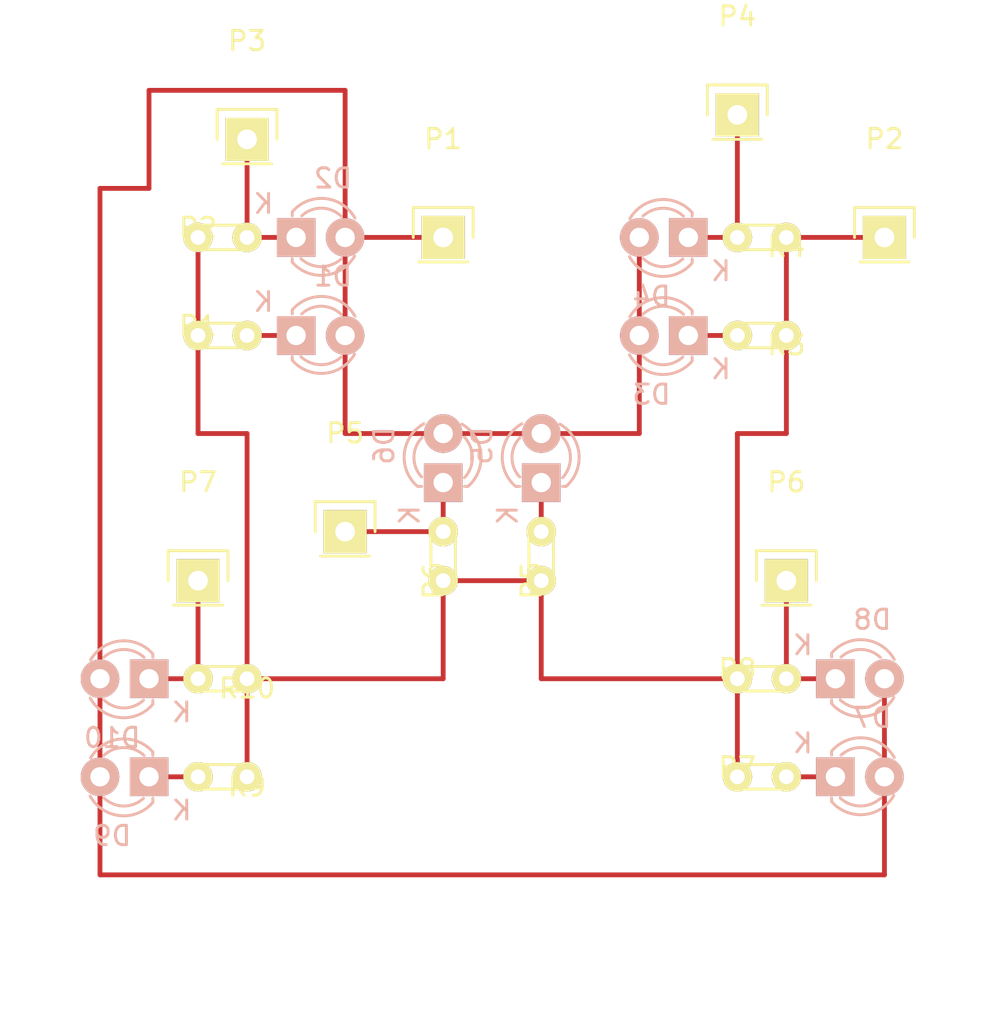
<source format=kicad_pcb>
(kicad_pcb (version 4) (host pcbnew 4.0.2+dfsg1-stable)

  (general
    (links 35)
    (no_connects 0)
    (area 0 0 0 0)
    (thickness 1.6)
    (drawings 12)
    (tracks 49)
    (zones 0)
    (modules 27)
    (nets 13)
  )

  (page A4)
  (layers
    (0 F.Cu signal)
    (31 B.Cu signal)
    (32 B.Adhes user)
    (33 F.Adhes user)
    (34 B.Paste user)
    (35 F.Paste user)
    (36 B.SilkS user)
    (37 F.SilkS user)
    (38 B.Mask user)
    (39 F.Mask user)
    (40 Dwgs.User user)
    (41 Cmts.User user)
    (42 Eco1.User user)
    (43 Eco2.User user)
    (44 Edge.Cuts user)
    (45 Margin user)
    (46 B.CrtYd user)
    (47 F.CrtYd user)
    (48 B.Fab user)
    (49 F.Fab user)
  )

  (setup
    (last_trace_width 0.25)
    (trace_clearance 0.2)
    (zone_clearance 0.508)
    (zone_45_only no)
    (trace_min 0.2)
    (segment_width 0.2)
    (edge_width 0.15)
    (via_size 0.6)
    (via_drill 0.4)
    (via_min_size 0.4)
    (via_min_drill 0.3)
    (uvia_size 0.3)
    (uvia_drill 0.1)
    (uvias_allowed no)
    (uvia_min_size 0.2)
    (uvia_min_drill 0.1)
    (pcb_text_width 0.3)
    (pcb_text_size 1.5 1.5)
    (mod_edge_width 0.15)
    (mod_text_size 1 1)
    (mod_text_width 0.15)
    (pad_size 1.524 1.524)
    (pad_drill 0.762)
    (pad_to_mask_clearance 0.2)
    (aux_axis_origin 0 0)
    (visible_elements FFFFFF7F)
    (pcbplotparams
      (layerselection 0x00030_80000001)
      (usegerberextensions false)
      (excludeedgelayer true)
      (linewidth 0.100000)
      (plotframeref false)
      (viasonmask false)
      (mode 1)
      (useauxorigin false)
      (hpglpennumber 1)
      (hpglpenspeed 20)
      (hpglpendiameter 15)
      (hpglpenoverlay 2)
      (psnegative false)
      (psa4output false)
      (plotreference true)
      (plotvalue true)
      (plotinvisibletext false)
      (padsonsilk false)
      (subtractmaskfromsilk false)
      (outputformat 1)
      (mirror false)
      (drillshape 1)
      (scaleselection 1)
      (outputdirectory ""))
  )

  (net 0 "")
  (net 1 "Net-(D1-Pad1)")
  (net 2 "Net-(D1-Pad2)")
  (net 3 "Net-(D2-Pad1)")
  (net 4 "Net-(D3-Pad1)")
  (net 5 "Net-(D4-Pad1)")
  (net 6 "Net-(D5-Pad1)")
  (net 7 "Net-(D6-Pad1)")
  (net 8 "Net-(D7-Pad1)")
  (net 9 "Net-(D8-Pad1)")
  (net 10 "Net-(D9-Pad1)")
  (net 11 "Net-(D10-Pad1)")
  (net 12 "Net-(P2-Pad1)")

  (net_class Default "This is the default net class."
    (clearance 0.2)
    (trace_width 0.25)
    (via_dia 0.6)
    (via_drill 0.4)
    (uvia_dia 0.3)
    (uvia_drill 0.1)
    (add_net "Net-(D1-Pad1)")
    (add_net "Net-(D1-Pad2)")
    (add_net "Net-(D10-Pad1)")
    (add_net "Net-(D2-Pad1)")
    (add_net "Net-(D3-Pad1)")
    (add_net "Net-(D4-Pad1)")
    (add_net "Net-(D5-Pad1)")
    (add_net "Net-(D6-Pad1)")
    (add_net "Net-(D7-Pad1)")
    (add_net "Net-(D8-Pad1)")
    (add_net "Net-(D9-Pad1)")
    (add_net "Net-(P2-Pad1)")
  )

  (module LEDs:LED-3MM (layer B.Cu) (tedit 559B82F6) (tstamp 56E95EF5)
    (at 91.44 60.96)
    (descr "LED 3mm round vertical")
    (tags "LED  3mm round vertical")
    (path /56E97596)
    (fp_text reference D1 (at 1.91 -3.06) (layer B.SilkS)
      (effects (font (size 1 1) (thickness 0.15)) (justify mirror))
    )
    (fp_text value LED (at 1.3 2.9) (layer B.Fab)
      (effects (font (size 1 1) (thickness 0.15)) (justify mirror))
    )
    (fp_line (start -1.2 -2.3) (end 3.8 -2.3) (layer B.CrtYd) (width 0.05))
    (fp_line (start 3.8 -2.3) (end 3.8 2.2) (layer B.CrtYd) (width 0.05))
    (fp_line (start 3.8 2.2) (end -1.2 2.2) (layer B.CrtYd) (width 0.05))
    (fp_line (start -1.2 2.2) (end -1.2 -2.3) (layer B.CrtYd) (width 0.05))
    (fp_line (start -0.199 -1.314) (end -0.199 -1.114) (layer B.SilkS) (width 0.15))
    (fp_line (start -0.199 1.28) (end -0.199 1.1) (layer B.SilkS) (width 0.15))
    (fp_arc (start 1.301 -0.034) (end -0.199 1.286) (angle -108.5) (layer B.SilkS) (width 0.15))
    (fp_arc (start 1.301 -0.034) (end 0.25 1.1) (angle -85.7) (layer B.SilkS) (width 0.15))
    (fp_arc (start 1.311 -0.034) (end 3.051 -0.994) (angle -110) (layer B.SilkS) (width 0.15))
    (fp_arc (start 1.301 -0.034) (end 2.335 -1.094) (angle -87.5) (layer B.SilkS) (width 0.15))
    (fp_text user K (at -1.69 -1.74) (layer B.SilkS)
      (effects (font (size 1 1) (thickness 0.15)) (justify mirror))
    )
    (pad 1 thru_hole rect (at 0 0 270) (size 2 2) (drill 1.00076) (layers *.Cu *.Mask B.SilkS)
      (net 1 "Net-(D1-Pad1)"))
    (pad 2 thru_hole circle (at 2.54 0) (size 2 2) (drill 1.00076) (layers *.Cu *.Mask B.SilkS)
      (net 2 "Net-(D1-Pad2)"))
    (model LEDs.3dshapes/LED-3MM.wrl
      (at (xyz 0.05 0 0))
      (scale (xyz 1 1 1))
      (rotate (xyz 0 0 90))
    )
  )

  (module LEDs:LED-3MM (layer B.Cu) (tedit 559B82F6) (tstamp 56E95EFB)
    (at 91.44 55.88)
    (descr "LED 3mm round vertical")
    (tags "LED  3mm round vertical")
    (path /56E97597)
    (fp_text reference D2 (at 1.91 -3.06) (layer B.SilkS)
      (effects (font (size 1 1) (thickness 0.15)) (justify mirror))
    )
    (fp_text value LED (at 1.3 2.9) (layer B.Fab)
      (effects (font (size 1 1) (thickness 0.15)) (justify mirror))
    )
    (fp_line (start -1.2 -2.3) (end 3.8 -2.3) (layer B.CrtYd) (width 0.05))
    (fp_line (start 3.8 -2.3) (end 3.8 2.2) (layer B.CrtYd) (width 0.05))
    (fp_line (start 3.8 2.2) (end -1.2 2.2) (layer B.CrtYd) (width 0.05))
    (fp_line (start -1.2 2.2) (end -1.2 -2.3) (layer B.CrtYd) (width 0.05))
    (fp_line (start -0.199 -1.314) (end -0.199 -1.114) (layer B.SilkS) (width 0.15))
    (fp_line (start -0.199 1.28) (end -0.199 1.1) (layer B.SilkS) (width 0.15))
    (fp_arc (start 1.301 -0.034) (end -0.199 1.286) (angle -108.5) (layer B.SilkS) (width 0.15))
    (fp_arc (start 1.301 -0.034) (end 0.25 1.1) (angle -85.7) (layer B.SilkS) (width 0.15))
    (fp_arc (start 1.311 -0.034) (end 3.051 -0.994) (angle -110) (layer B.SilkS) (width 0.15))
    (fp_arc (start 1.301 -0.034) (end 2.335 -1.094) (angle -87.5) (layer B.SilkS) (width 0.15))
    (fp_text user K (at -1.69 -1.74) (layer B.SilkS)
      (effects (font (size 1 1) (thickness 0.15)) (justify mirror))
    )
    (pad 1 thru_hole rect (at 0 0 270) (size 2 2) (drill 1.00076) (layers *.Cu *.Mask B.SilkS)
      (net 3 "Net-(D2-Pad1)"))
    (pad 2 thru_hole circle (at 2.54 0) (size 2 2) (drill 1.00076) (layers *.Cu *.Mask B.SilkS)
      (net 2 "Net-(D1-Pad2)"))
    (model LEDs.3dshapes/LED-3MM.wrl
      (at (xyz 0.05 0 0))
      (scale (xyz 1 1 1))
      (rotate (xyz 0 0 90))
    )
  )

  (module LEDs:LED-3MM (layer B.Cu) (tedit 559B82F6) (tstamp 56E95F01)
    (at 111.76 60.96 180)
    (descr "LED 3mm round vertical")
    (tags "LED  3mm round vertical")
    (path /56E97598)
    (fp_text reference D3 (at 1.91 -3.06 180) (layer B.SilkS)
      (effects (font (size 1 1) (thickness 0.15)) (justify mirror))
    )
    (fp_text value LED (at 1.3 2.9 180) (layer B.Fab)
      (effects (font (size 1 1) (thickness 0.15)) (justify mirror))
    )
    (fp_line (start -1.2 -2.3) (end 3.8 -2.3) (layer B.CrtYd) (width 0.05))
    (fp_line (start 3.8 -2.3) (end 3.8 2.2) (layer B.CrtYd) (width 0.05))
    (fp_line (start 3.8 2.2) (end -1.2 2.2) (layer B.CrtYd) (width 0.05))
    (fp_line (start -1.2 2.2) (end -1.2 -2.3) (layer B.CrtYd) (width 0.05))
    (fp_line (start -0.199 -1.314) (end -0.199 -1.114) (layer B.SilkS) (width 0.15))
    (fp_line (start -0.199 1.28) (end -0.199 1.1) (layer B.SilkS) (width 0.15))
    (fp_arc (start 1.301 -0.034) (end -0.199 1.286) (angle -108.5) (layer B.SilkS) (width 0.15))
    (fp_arc (start 1.301 -0.034) (end 0.25 1.1) (angle -85.7) (layer B.SilkS) (width 0.15))
    (fp_arc (start 1.311 -0.034) (end 3.051 -0.994) (angle -110) (layer B.SilkS) (width 0.15))
    (fp_arc (start 1.301 -0.034) (end 2.335 -1.094) (angle -87.5) (layer B.SilkS) (width 0.15))
    (fp_text user K (at -1.69 -1.74 180) (layer B.SilkS)
      (effects (font (size 1 1) (thickness 0.15)) (justify mirror))
    )
    (pad 1 thru_hole rect (at 0 0 90) (size 2 2) (drill 1.00076) (layers *.Cu *.Mask B.SilkS)
      (net 4 "Net-(D3-Pad1)"))
    (pad 2 thru_hole circle (at 2.54 0 180) (size 2 2) (drill 1.00076) (layers *.Cu *.Mask B.SilkS)
      (net 2 "Net-(D1-Pad2)"))
    (model LEDs.3dshapes/LED-3MM.wrl
      (at (xyz 0.05 0 0))
      (scale (xyz 1 1 1))
      (rotate (xyz 0 0 90))
    )
  )

  (module LEDs:LED-3MM (layer B.Cu) (tedit 559B82F6) (tstamp 56E95F07)
    (at 111.76 55.88 180)
    (descr "LED 3mm round vertical")
    (tags "LED  3mm round vertical")
    (path /56E97599)
    (fp_text reference D4 (at 1.91 -3.06 180) (layer B.SilkS)
      (effects (font (size 1 1) (thickness 0.15)) (justify mirror))
    )
    (fp_text value LED (at 1.3 2.9 180) (layer B.Fab)
      (effects (font (size 1 1) (thickness 0.15)) (justify mirror))
    )
    (fp_line (start -1.2 -2.3) (end 3.8 -2.3) (layer B.CrtYd) (width 0.05))
    (fp_line (start 3.8 -2.3) (end 3.8 2.2) (layer B.CrtYd) (width 0.05))
    (fp_line (start 3.8 2.2) (end -1.2 2.2) (layer B.CrtYd) (width 0.05))
    (fp_line (start -1.2 2.2) (end -1.2 -2.3) (layer B.CrtYd) (width 0.05))
    (fp_line (start -0.199 -1.314) (end -0.199 -1.114) (layer B.SilkS) (width 0.15))
    (fp_line (start -0.199 1.28) (end -0.199 1.1) (layer B.SilkS) (width 0.15))
    (fp_arc (start 1.301 -0.034) (end -0.199 1.286) (angle -108.5) (layer B.SilkS) (width 0.15))
    (fp_arc (start 1.301 -0.034) (end 0.25 1.1) (angle -85.7) (layer B.SilkS) (width 0.15))
    (fp_arc (start 1.311 -0.034) (end 3.051 -0.994) (angle -110) (layer B.SilkS) (width 0.15))
    (fp_arc (start 1.301 -0.034) (end 2.335 -1.094) (angle -87.5) (layer B.SilkS) (width 0.15))
    (fp_text user K (at -1.69 -1.74 180) (layer B.SilkS)
      (effects (font (size 1 1) (thickness 0.15)) (justify mirror))
    )
    (pad 1 thru_hole rect (at 0 0 90) (size 2 2) (drill 1.00076) (layers *.Cu *.Mask B.SilkS)
      (net 5 "Net-(D4-Pad1)"))
    (pad 2 thru_hole circle (at 2.54 0 180) (size 2 2) (drill 1.00076) (layers *.Cu *.Mask B.SilkS)
      (net 2 "Net-(D1-Pad2)"))
    (model LEDs.3dshapes/LED-3MM.wrl
      (at (xyz 0.05 0 0))
      (scale (xyz 1 1 1))
      (rotate (xyz 0 0 90))
    )
  )

  (module LEDs:LED-3MM (layer B.Cu) (tedit 559B82F6) (tstamp 56E95F0D)
    (at 104.14 68.58 90)
    (descr "LED 3mm round vertical")
    (tags "LED  3mm round vertical")
    (path /56E97594)
    (fp_text reference D5 (at 1.91 -3.06 90) (layer B.SilkS)
      (effects (font (size 1 1) (thickness 0.15)) (justify mirror))
    )
    (fp_text value LED (at 1.3 2.9 90) (layer B.Fab)
      (effects (font (size 1 1) (thickness 0.15)) (justify mirror))
    )
    (fp_line (start -1.2 -2.3) (end 3.8 -2.3) (layer B.CrtYd) (width 0.05))
    (fp_line (start 3.8 -2.3) (end 3.8 2.2) (layer B.CrtYd) (width 0.05))
    (fp_line (start 3.8 2.2) (end -1.2 2.2) (layer B.CrtYd) (width 0.05))
    (fp_line (start -1.2 2.2) (end -1.2 -2.3) (layer B.CrtYd) (width 0.05))
    (fp_line (start -0.199 -1.314) (end -0.199 -1.114) (layer B.SilkS) (width 0.15))
    (fp_line (start -0.199 1.28) (end -0.199 1.1) (layer B.SilkS) (width 0.15))
    (fp_arc (start 1.301 -0.034) (end -0.199 1.286) (angle -108.5) (layer B.SilkS) (width 0.15))
    (fp_arc (start 1.301 -0.034) (end 0.25 1.1) (angle -85.7) (layer B.SilkS) (width 0.15))
    (fp_arc (start 1.311 -0.034) (end 3.051 -0.994) (angle -110) (layer B.SilkS) (width 0.15))
    (fp_arc (start 1.301 -0.034) (end 2.335 -1.094) (angle -87.5) (layer B.SilkS) (width 0.15))
    (fp_text user K (at -1.69 -1.74 90) (layer B.SilkS)
      (effects (font (size 1 1) (thickness 0.15)) (justify mirror))
    )
    (pad 1 thru_hole rect (at 0 0) (size 2 2) (drill 1.00076) (layers *.Cu *.Mask B.SilkS)
      (net 6 "Net-(D5-Pad1)"))
    (pad 2 thru_hole circle (at 2.54 0 90) (size 2 2) (drill 1.00076) (layers *.Cu *.Mask B.SilkS)
      (net 2 "Net-(D1-Pad2)"))
    (model LEDs.3dshapes/LED-3MM.wrl
      (at (xyz 0.05 0 0))
      (scale (xyz 1 1 1))
      (rotate (xyz 0 0 90))
    )
  )

  (module LEDs:LED-3MM (layer B.Cu) (tedit 559B82F6) (tstamp 56E95F13)
    (at 99.06 68.58 90)
    (descr "LED 3mm round vertical")
    (tags "LED  3mm round vertical")
    (path /56E97595)
    (fp_text reference D6 (at 1.91 -3.06 90) (layer B.SilkS)
      (effects (font (size 1 1) (thickness 0.15)) (justify mirror))
    )
    (fp_text value LED (at 1.3 2.9 90) (layer B.Fab)
      (effects (font (size 1 1) (thickness 0.15)) (justify mirror))
    )
    (fp_line (start -1.2 -2.3) (end 3.8 -2.3) (layer B.CrtYd) (width 0.05))
    (fp_line (start 3.8 -2.3) (end 3.8 2.2) (layer B.CrtYd) (width 0.05))
    (fp_line (start 3.8 2.2) (end -1.2 2.2) (layer B.CrtYd) (width 0.05))
    (fp_line (start -1.2 2.2) (end -1.2 -2.3) (layer B.CrtYd) (width 0.05))
    (fp_line (start -0.199 -1.314) (end -0.199 -1.114) (layer B.SilkS) (width 0.15))
    (fp_line (start -0.199 1.28) (end -0.199 1.1) (layer B.SilkS) (width 0.15))
    (fp_arc (start 1.301 -0.034) (end -0.199 1.286) (angle -108.5) (layer B.SilkS) (width 0.15))
    (fp_arc (start 1.301 -0.034) (end 0.25 1.1) (angle -85.7) (layer B.SilkS) (width 0.15))
    (fp_arc (start 1.311 -0.034) (end 3.051 -0.994) (angle -110) (layer B.SilkS) (width 0.15))
    (fp_arc (start 1.301 -0.034) (end 2.335 -1.094) (angle -87.5) (layer B.SilkS) (width 0.15))
    (fp_text user K (at -1.69 -1.74 90) (layer B.SilkS)
      (effects (font (size 1 1) (thickness 0.15)) (justify mirror))
    )
    (pad 1 thru_hole rect (at 0 0) (size 2 2) (drill 1.00076) (layers *.Cu *.Mask B.SilkS)
      (net 7 "Net-(D6-Pad1)"))
    (pad 2 thru_hole circle (at 2.54 0 90) (size 2 2) (drill 1.00076) (layers *.Cu *.Mask B.SilkS)
      (net 2 "Net-(D1-Pad2)"))
    (model LEDs.3dshapes/LED-3MM.wrl
      (at (xyz 0.05 0 0))
      (scale (xyz 1 1 1))
      (rotate (xyz 0 0 90))
    )
  )

  (module LEDs:LED-3MM (layer B.Cu) (tedit 559B82F6) (tstamp 56E95F19)
    (at 119.38 83.82)
    (descr "LED 3mm round vertical")
    (tags "LED  3mm round vertical")
    (path /56E9759A)
    (fp_text reference D7 (at 1.91 -3.06) (layer B.SilkS)
      (effects (font (size 1 1) (thickness 0.15)) (justify mirror))
    )
    (fp_text value LED (at 1.3 2.9) (layer B.Fab)
      (effects (font (size 1 1) (thickness 0.15)) (justify mirror))
    )
    (fp_line (start -1.2 -2.3) (end 3.8 -2.3) (layer B.CrtYd) (width 0.05))
    (fp_line (start 3.8 -2.3) (end 3.8 2.2) (layer B.CrtYd) (width 0.05))
    (fp_line (start 3.8 2.2) (end -1.2 2.2) (layer B.CrtYd) (width 0.05))
    (fp_line (start -1.2 2.2) (end -1.2 -2.3) (layer B.CrtYd) (width 0.05))
    (fp_line (start -0.199 -1.314) (end -0.199 -1.114) (layer B.SilkS) (width 0.15))
    (fp_line (start -0.199 1.28) (end -0.199 1.1) (layer B.SilkS) (width 0.15))
    (fp_arc (start 1.301 -0.034) (end -0.199 1.286) (angle -108.5) (layer B.SilkS) (width 0.15))
    (fp_arc (start 1.301 -0.034) (end 0.25 1.1) (angle -85.7) (layer B.SilkS) (width 0.15))
    (fp_arc (start 1.311 -0.034) (end 3.051 -0.994) (angle -110) (layer B.SilkS) (width 0.15))
    (fp_arc (start 1.301 -0.034) (end 2.335 -1.094) (angle -87.5) (layer B.SilkS) (width 0.15))
    (fp_text user K (at -1.69 -1.74) (layer B.SilkS)
      (effects (font (size 1 1) (thickness 0.15)) (justify mirror))
    )
    (pad 1 thru_hole rect (at 0 0 270) (size 2 2) (drill 1.00076) (layers *.Cu *.Mask B.SilkS)
      (net 8 "Net-(D7-Pad1)"))
    (pad 2 thru_hole circle (at 2.54 0) (size 2 2) (drill 1.00076) (layers *.Cu *.Mask B.SilkS)
      (net 2 "Net-(D1-Pad2)"))
    (model LEDs.3dshapes/LED-3MM.wrl
      (at (xyz 0.05 0 0))
      (scale (xyz 1 1 1))
      (rotate (xyz 0 0 90))
    )
  )

  (module LEDs:LED-3MM (layer B.Cu) (tedit 559B82F6) (tstamp 56E95F1F)
    (at 119.38 78.74)
    (descr "LED 3mm round vertical")
    (tags "LED  3mm round vertical")
    (path /56E9759B)
    (fp_text reference D8 (at 1.91 -3.06) (layer B.SilkS)
      (effects (font (size 1 1) (thickness 0.15)) (justify mirror))
    )
    (fp_text value LED (at 1.3 2.9) (layer B.Fab)
      (effects (font (size 1 1) (thickness 0.15)) (justify mirror))
    )
    (fp_line (start -1.2 -2.3) (end 3.8 -2.3) (layer B.CrtYd) (width 0.05))
    (fp_line (start 3.8 -2.3) (end 3.8 2.2) (layer B.CrtYd) (width 0.05))
    (fp_line (start 3.8 2.2) (end -1.2 2.2) (layer B.CrtYd) (width 0.05))
    (fp_line (start -1.2 2.2) (end -1.2 -2.3) (layer B.CrtYd) (width 0.05))
    (fp_line (start -0.199 -1.314) (end -0.199 -1.114) (layer B.SilkS) (width 0.15))
    (fp_line (start -0.199 1.28) (end -0.199 1.1) (layer B.SilkS) (width 0.15))
    (fp_arc (start 1.301 -0.034) (end -0.199 1.286) (angle -108.5) (layer B.SilkS) (width 0.15))
    (fp_arc (start 1.301 -0.034) (end 0.25 1.1) (angle -85.7) (layer B.SilkS) (width 0.15))
    (fp_arc (start 1.311 -0.034) (end 3.051 -0.994) (angle -110) (layer B.SilkS) (width 0.15))
    (fp_arc (start 1.301 -0.034) (end 2.335 -1.094) (angle -87.5) (layer B.SilkS) (width 0.15))
    (fp_text user K (at -1.69 -1.74) (layer B.SilkS)
      (effects (font (size 1 1) (thickness 0.15)) (justify mirror))
    )
    (pad 1 thru_hole rect (at 0 0 270) (size 2 2) (drill 1.00076) (layers *.Cu *.Mask B.SilkS)
      (net 9 "Net-(D8-Pad1)"))
    (pad 2 thru_hole circle (at 2.54 0) (size 2 2) (drill 1.00076) (layers *.Cu *.Mask B.SilkS)
      (net 2 "Net-(D1-Pad2)"))
    (model LEDs.3dshapes/LED-3MM.wrl
      (at (xyz 0.05 0 0))
      (scale (xyz 1 1 1))
      (rotate (xyz 0 0 90))
    )
  )

  (module LEDs:LED-3MM (layer B.Cu) (tedit 559B82F6) (tstamp 56E95F25)
    (at 83.82 83.82 180)
    (descr "LED 3mm round vertical")
    (tags "LED  3mm round vertical")
    (path /56E9759C)
    (fp_text reference D9 (at 1.91 -3.06 180) (layer B.SilkS)
      (effects (font (size 1 1) (thickness 0.15)) (justify mirror))
    )
    (fp_text value LED (at 1.3 2.9 180) (layer B.Fab)
      (effects (font (size 1 1) (thickness 0.15)) (justify mirror))
    )
    (fp_line (start -1.2 -2.3) (end 3.8 -2.3) (layer B.CrtYd) (width 0.05))
    (fp_line (start 3.8 -2.3) (end 3.8 2.2) (layer B.CrtYd) (width 0.05))
    (fp_line (start 3.8 2.2) (end -1.2 2.2) (layer B.CrtYd) (width 0.05))
    (fp_line (start -1.2 2.2) (end -1.2 -2.3) (layer B.CrtYd) (width 0.05))
    (fp_line (start -0.199 -1.314) (end -0.199 -1.114) (layer B.SilkS) (width 0.15))
    (fp_line (start -0.199 1.28) (end -0.199 1.1) (layer B.SilkS) (width 0.15))
    (fp_arc (start 1.301 -0.034) (end -0.199 1.286) (angle -108.5) (layer B.SilkS) (width 0.15))
    (fp_arc (start 1.301 -0.034) (end 0.25 1.1) (angle -85.7) (layer B.SilkS) (width 0.15))
    (fp_arc (start 1.311 -0.034) (end 3.051 -0.994) (angle -110) (layer B.SilkS) (width 0.15))
    (fp_arc (start 1.301 -0.034) (end 2.335 -1.094) (angle -87.5) (layer B.SilkS) (width 0.15))
    (fp_text user K (at -1.69 -1.74 180) (layer B.SilkS)
      (effects (font (size 1 1) (thickness 0.15)) (justify mirror))
    )
    (pad 1 thru_hole rect (at 0 0 90) (size 2 2) (drill 1.00076) (layers *.Cu *.Mask B.SilkS)
      (net 10 "Net-(D9-Pad1)"))
    (pad 2 thru_hole circle (at 2.54 0 180) (size 2 2) (drill 1.00076) (layers *.Cu *.Mask B.SilkS)
      (net 2 "Net-(D1-Pad2)"))
    (model LEDs.3dshapes/LED-3MM.wrl
      (at (xyz 0.05 0 0))
      (scale (xyz 1 1 1))
      (rotate (xyz 0 0 90))
    )
  )

  (module LEDs:LED-3MM (layer B.Cu) (tedit 559B82F6) (tstamp 56E95F2B)
    (at 83.82 78.74 180)
    (descr "LED 3mm round vertical")
    (tags "LED  3mm round vertical")
    (path /56E9759D)
    (fp_text reference D10 (at 1.91 -3.06 180) (layer B.SilkS)
      (effects (font (size 1 1) (thickness 0.15)) (justify mirror))
    )
    (fp_text value LED (at 1.3 2.9 180) (layer B.Fab)
      (effects (font (size 1 1) (thickness 0.15)) (justify mirror))
    )
    (fp_line (start -1.2 -2.3) (end 3.8 -2.3) (layer B.CrtYd) (width 0.05))
    (fp_line (start 3.8 -2.3) (end 3.8 2.2) (layer B.CrtYd) (width 0.05))
    (fp_line (start 3.8 2.2) (end -1.2 2.2) (layer B.CrtYd) (width 0.05))
    (fp_line (start -1.2 2.2) (end -1.2 -2.3) (layer B.CrtYd) (width 0.05))
    (fp_line (start -0.199 -1.314) (end -0.199 -1.114) (layer B.SilkS) (width 0.15))
    (fp_line (start -0.199 1.28) (end -0.199 1.1) (layer B.SilkS) (width 0.15))
    (fp_arc (start 1.301 -0.034) (end -0.199 1.286) (angle -108.5) (layer B.SilkS) (width 0.15))
    (fp_arc (start 1.301 -0.034) (end 0.25 1.1) (angle -85.7) (layer B.SilkS) (width 0.15))
    (fp_arc (start 1.311 -0.034) (end 3.051 -0.994) (angle -110) (layer B.SilkS) (width 0.15))
    (fp_arc (start 1.301 -0.034) (end 2.335 -1.094) (angle -87.5) (layer B.SilkS) (width 0.15))
    (fp_text user K (at -1.69 -1.74 180) (layer B.SilkS)
      (effects (font (size 1 1) (thickness 0.15)) (justify mirror))
    )
    (pad 1 thru_hole rect (at 0 0 90) (size 2 2) (drill 1.00076) (layers *.Cu *.Mask B.SilkS)
      (net 11 "Net-(D10-Pad1)"))
    (pad 2 thru_hole circle (at 2.54 0 180) (size 2 2) (drill 1.00076) (layers *.Cu *.Mask B.SilkS)
      (net 2 "Net-(D1-Pad2)"))
    (model LEDs.3dshapes/LED-3MM.wrl
      (at (xyz 0.05 0 0))
      (scale (xyz 1 1 1))
      (rotate (xyz 0 0 90))
    )
  )

  (module Pin_Headers:Pin_Header_Straight_1x01 (layer F.Cu) (tedit 54EA08DC) (tstamp 56E95F30)
    (at 99.06 55.88)
    (descr "Through hole pin header")
    (tags "pin header")
    (path /56E975A8)
    (fp_text reference P1 (at 0 -5.1) (layer F.SilkS)
      (effects (font (size 1 1) (thickness 0.15)))
    )
    (fp_text value CONN_01X01 (at 0 -3.1) (layer F.Fab)
      (effects (font (size 1 1) (thickness 0.15)))
    )
    (fp_line (start 1.55 -1.55) (end 1.55 0) (layer F.SilkS) (width 0.15))
    (fp_line (start -1.75 -1.75) (end -1.75 1.75) (layer F.CrtYd) (width 0.05))
    (fp_line (start 1.75 -1.75) (end 1.75 1.75) (layer F.CrtYd) (width 0.05))
    (fp_line (start -1.75 -1.75) (end 1.75 -1.75) (layer F.CrtYd) (width 0.05))
    (fp_line (start -1.75 1.75) (end 1.75 1.75) (layer F.CrtYd) (width 0.05))
    (fp_line (start -1.55 0) (end -1.55 -1.55) (layer F.SilkS) (width 0.15))
    (fp_line (start -1.55 -1.55) (end 1.55 -1.55) (layer F.SilkS) (width 0.15))
    (fp_line (start -1.27 1.27) (end 1.27 1.27) (layer F.SilkS) (width 0.15))
    (pad 1 thru_hole rect (at 0 0) (size 2.2352 2.2352) (drill 1.016) (layers *.Cu *.Mask F.SilkS)
      (net 2 "Net-(D1-Pad2)"))
    (model Pin_Headers.3dshapes/Pin_Header_Straight_1x01.wrl
      (at (xyz 0 0 0))
      (scale (xyz 1 1 1))
      (rotate (xyz 0 0 90))
    )
  )

  (module Pin_Headers:Pin_Header_Straight_1x01 (layer F.Cu) (tedit 54EA08DC) (tstamp 56E95F35)
    (at 121.92 55.88)
    (descr "Through hole pin header")
    (tags "pin header")
    (path /56E975A9)
    (fp_text reference P2 (at 0 -5.1) (layer F.SilkS)
      (effects (font (size 1 1) (thickness 0.15)))
    )
    (fp_text value CONN_01X01 (at 0 -3.1) (layer F.Fab)
      (effects (font (size 1 1) (thickness 0.15)))
    )
    (fp_line (start 1.55 -1.55) (end 1.55 0) (layer F.SilkS) (width 0.15))
    (fp_line (start -1.75 -1.75) (end -1.75 1.75) (layer F.CrtYd) (width 0.05))
    (fp_line (start 1.75 -1.75) (end 1.75 1.75) (layer F.CrtYd) (width 0.05))
    (fp_line (start -1.75 -1.75) (end 1.75 -1.75) (layer F.CrtYd) (width 0.05))
    (fp_line (start -1.75 1.75) (end 1.75 1.75) (layer F.CrtYd) (width 0.05))
    (fp_line (start -1.55 0) (end -1.55 -1.55) (layer F.SilkS) (width 0.15))
    (fp_line (start -1.55 -1.55) (end 1.55 -1.55) (layer F.SilkS) (width 0.15))
    (fp_line (start -1.27 1.27) (end 1.27 1.27) (layer F.SilkS) (width 0.15))
    (pad 1 thru_hole rect (at 0 0) (size 2.2352 2.2352) (drill 1.016) (layers *.Cu *.Mask F.SilkS)
      (net 12 "Net-(P2-Pad1)"))
    (model Pin_Headers.3dshapes/Pin_Header_Straight_1x01.wrl
      (at (xyz 0 0 0))
      (scale (xyz 1 1 1))
      (rotate (xyz 0 0 90))
    )
  )

  (module Pin_Headers:Pin_Header_Straight_1x01 (layer F.Cu) (tedit 54EA08DC) (tstamp 56E95F3A)
    (at 88.9 50.8)
    (descr "Through hole pin header")
    (tags "pin header")
    (path /56E975AB)
    (fp_text reference P3 (at 0 -5.1) (layer F.SilkS)
      (effects (font (size 1 1) (thickness 0.15)))
    )
    (fp_text value CONN_01X01 (at 0 -3.1) (layer F.Fab)
      (effects (font (size 1 1) (thickness 0.15)))
    )
    (fp_line (start 1.55 -1.55) (end 1.55 0) (layer F.SilkS) (width 0.15))
    (fp_line (start -1.75 -1.75) (end -1.75 1.75) (layer F.CrtYd) (width 0.05))
    (fp_line (start 1.75 -1.75) (end 1.75 1.75) (layer F.CrtYd) (width 0.05))
    (fp_line (start -1.75 -1.75) (end 1.75 -1.75) (layer F.CrtYd) (width 0.05))
    (fp_line (start -1.75 1.75) (end 1.75 1.75) (layer F.CrtYd) (width 0.05))
    (fp_line (start -1.55 0) (end -1.55 -1.55) (layer F.SilkS) (width 0.15))
    (fp_line (start -1.55 -1.55) (end 1.55 -1.55) (layer F.SilkS) (width 0.15))
    (fp_line (start -1.27 1.27) (end 1.27 1.27) (layer F.SilkS) (width 0.15))
    (pad 1 thru_hole rect (at 0 0) (size 2.2352 2.2352) (drill 1.016) (layers *.Cu *.Mask F.SilkS)
      (net 3 "Net-(D2-Pad1)"))
    (model Pin_Headers.3dshapes/Pin_Header_Straight_1x01.wrl
      (at (xyz 0 0 0))
      (scale (xyz 1 1 1))
      (rotate (xyz 0 0 90))
    )
  )

  (module Pin_Headers:Pin_Header_Straight_1x01 (layer F.Cu) (tedit 54EA08DC) (tstamp 56E95F3F)
    (at 114.3 49.53)
    (descr "Through hole pin header")
    (tags "pin header")
    (path /56E975AA)
    (fp_text reference P4 (at 0 -5.1) (layer F.SilkS)
      (effects (font (size 1 1) (thickness 0.15)))
    )
    (fp_text value CONN_01X01 (at 0 -3.1) (layer F.Fab)
      (effects (font (size 1 1) (thickness 0.15)))
    )
    (fp_line (start 1.55 -1.55) (end 1.55 0) (layer F.SilkS) (width 0.15))
    (fp_line (start -1.75 -1.75) (end -1.75 1.75) (layer F.CrtYd) (width 0.05))
    (fp_line (start 1.75 -1.75) (end 1.75 1.75) (layer F.CrtYd) (width 0.05))
    (fp_line (start -1.75 -1.75) (end 1.75 -1.75) (layer F.CrtYd) (width 0.05))
    (fp_line (start -1.75 1.75) (end 1.75 1.75) (layer F.CrtYd) (width 0.05))
    (fp_line (start -1.55 0) (end -1.55 -1.55) (layer F.SilkS) (width 0.15))
    (fp_line (start -1.55 -1.55) (end 1.55 -1.55) (layer F.SilkS) (width 0.15))
    (fp_line (start -1.27 1.27) (end 1.27 1.27) (layer F.SilkS) (width 0.15))
    (pad 1 thru_hole rect (at 0 0) (size 2.2352 2.2352) (drill 1.016) (layers *.Cu *.Mask F.SilkS)
      (net 5 "Net-(D4-Pad1)"))
    (model Pin_Headers.3dshapes/Pin_Header_Straight_1x01.wrl
      (at (xyz 0 0 0))
      (scale (xyz 1 1 1))
      (rotate (xyz 0 0 90))
    )
  )

  (module Pin_Headers:Pin_Header_Straight_1x01 (layer F.Cu) (tedit 54EA08DC) (tstamp 56E95F44)
    (at 93.98 71.12)
    (descr "Through hole pin header")
    (tags "pin header")
    (path /56E975AC)
    (fp_text reference P5 (at 0 -5.1) (layer F.SilkS)
      (effects (font (size 1 1) (thickness 0.15)))
    )
    (fp_text value CONN_01X01 (at 0 -3.1) (layer F.Fab)
      (effects (font (size 1 1) (thickness 0.15)))
    )
    (fp_line (start 1.55 -1.55) (end 1.55 0) (layer F.SilkS) (width 0.15))
    (fp_line (start -1.75 -1.75) (end -1.75 1.75) (layer F.CrtYd) (width 0.05))
    (fp_line (start 1.75 -1.75) (end 1.75 1.75) (layer F.CrtYd) (width 0.05))
    (fp_line (start -1.75 -1.75) (end 1.75 -1.75) (layer F.CrtYd) (width 0.05))
    (fp_line (start -1.75 1.75) (end 1.75 1.75) (layer F.CrtYd) (width 0.05))
    (fp_line (start -1.55 0) (end -1.55 -1.55) (layer F.SilkS) (width 0.15))
    (fp_line (start -1.55 -1.55) (end 1.55 -1.55) (layer F.SilkS) (width 0.15))
    (fp_line (start -1.27 1.27) (end 1.27 1.27) (layer F.SilkS) (width 0.15))
    (pad 1 thru_hole rect (at 0 0) (size 2.2352 2.2352) (drill 1.016) (layers *.Cu *.Mask F.SilkS)
      (net 7 "Net-(D6-Pad1)"))
    (model Pin_Headers.3dshapes/Pin_Header_Straight_1x01.wrl
      (at (xyz 0 0 0))
      (scale (xyz 1 1 1))
      (rotate (xyz 0 0 90))
    )
  )

  (module Pin_Headers:Pin_Header_Straight_1x01 (layer F.Cu) (tedit 54EA08DC) (tstamp 56E95F49)
    (at 116.84 73.66)
    (descr "Through hole pin header")
    (tags "pin header")
    (path /56E975AD)
    (fp_text reference P6 (at 0 -5.1) (layer F.SilkS)
      (effects (font (size 1 1) (thickness 0.15)))
    )
    (fp_text value CONN_01X01 (at 0 -3.1) (layer F.Fab)
      (effects (font (size 1 1) (thickness 0.15)))
    )
    (fp_line (start 1.55 -1.55) (end 1.55 0) (layer F.SilkS) (width 0.15))
    (fp_line (start -1.75 -1.75) (end -1.75 1.75) (layer F.CrtYd) (width 0.05))
    (fp_line (start 1.75 -1.75) (end 1.75 1.75) (layer F.CrtYd) (width 0.05))
    (fp_line (start -1.75 -1.75) (end 1.75 -1.75) (layer F.CrtYd) (width 0.05))
    (fp_line (start -1.75 1.75) (end 1.75 1.75) (layer F.CrtYd) (width 0.05))
    (fp_line (start -1.55 0) (end -1.55 -1.55) (layer F.SilkS) (width 0.15))
    (fp_line (start -1.55 -1.55) (end 1.55 -1.55) (layer F.SilkS) (width 0.15))
    (fp_line (start -1.27 1.27) (end 1.27 1.27) (layer F.SilkS) (width 0.15))
    (pad 1 thru_hole rect (at 0 0) (size 2.2352 2.2352) (drill 1.016) (layers *.Cu *.Mask F.SilkS)
      (net 9 "Net-(D8-Pad1)"))
    (model Pin_Headers.3dshapes/Pin_Header_Straight_1x01.wrl
      (at (xyz 0 0 0))
      (scale (xyz 1 1 1))
      (rotate (xyz 0 0 90))
    )
  )

  (module Pin_Headers:Pin_Header_Straight_1x01 (layer F.Cu) (tedit 54EA08DC) (tstamp 56E95F4E)
    (at 86.36 73.66)
    (descr "Through hole pin header")
    (tags "pin header")
    (path /56E975AE)
    (fp_text reference P7 (at 0 -5.1) (layer F.SilkS)
      (effects (font (size 1 1) (thickness 0.15)))
    )
    (fp_text value CONN_01X01 (at 0 -3.1) (layer F.Fab)
      (effects (font (size 1 1) (thickness 0.15)))
    )
    (fp_line (start 1.55 -1.55) (end 1.55 0) (layer F.SilkS) (width 0.15))
    (fp_line (start -1.75 -1.75) (end -1.75 1.75) (layer F.CrtYd) (width 0.05))
    (fp_line (start 1.75 -1.75) (end 1.75 1.75) (layer F.CrtYd) (width 0.05))
    (fp_line (start -1.75 -1.75) (end 1.75 -1.75) (layer F.CrtYd) (width 0.05))
    (fp_line (start -1.75 1.75) (end 1.75 1.75) (layer F.CrtYd) (width 0.05))
    (fp_line (start -1.55 0) (end -1.55 -1.55) (layer F.SilkS) (width 0.15))
    (fp_line (start -1.55 -1.55) (end 1.55 -1.55) (layer F.SilkS) (width 0.15))
    (fp_line (start -1.27 1.27) (end 1.27 1.27) (layer F.SilkS) (width 0.15))
    (pad 1 thru_hole rect (at 0 0) (size 2.2352 2.2352) (drill 1.016) (layers *.Cu *.Mask F.SilkS)
      (net 11 "Net-(D10-Pad1)"))
    (model Pin_Headers.3dshapes/Pin_Header_Straight_1x01.wrl
      (at (xyz 0 0 0))
      (scale (xyz 1 1 1))
      (rotate (xyz 0 0 90))
    )
  )

  (module MY:resistor2pins (layer F.Cu) (tedit 56E95DCF) (tstamp 56E95F54)
    (at 86.36 60.96 180)
    (path /56E9759E)
    (fp_text reference R1 (at 0 0.5 180) (layer F.SilkS)
      (effects (font (size 1 1) (thickness 0.15)))
    )
    (fp_text value R (at 0 -0.5 180) (layer F.Fab)
      (effects (font (size 1 1) (thickness 0.15)))
    )
    (fp_line (start -2.54 -0.635) (end 0 -0.635) (layer F.SilkS) (width 0.15))
    (fp_line (start 0 -0.635) (end 0 0.635) (layer F.SilkS) (width 0.15))
    (fp_line (start 0 0.635) (end -2.54 0.635) (layer F.SilkS) (width 0.15))
    (fp_line (start -2.54 0.635) (end -2.54 -0.635) (layer F.SilkS) (width 0.15))
    (pad 1 thru_hole circle (at -2.54 0 180) (size 1.524 1.524) (drill 0.762) (layers *.Cu *.Mask F.SilkS)
      (net 1 "Net-(D1-Pad1)"))
    (pad 2 thru_hole circle (at 0 0 180) (size 1.524 1.524) (drill 0.762) (layers *.Cu *.Mask F.SilkS)
      (net 12 "Net-(P2-Pad1)"))
  )

  (module MY:resistor2pins (layer F.Cu) (tedit 56E95DCF) (tstamp 56E95F5A)
    (at 86.36 55.88 180)
    (path /56E9759F)
    (fp_text reference R2 (at 0 0.5 180) (layer F.SilkS)
      (effects (font (size 1 1) (thickness 0.15)))
    )
    (fp_text value R (at 0 -0.5 180) (layer F.Fab)
      (effects (font (size 1 1) (thickness 0.15)))
    )
    (fp_line (start -2.54 -0.635) (end 0 -0.635) (layer F.SilkS) (width 0.15))
    (fp_line (start 0 -0.635) (end 0 0.635) (layer F.SilkS) (width 0.15))
    (fp_line (start 0 0.635) (end -2.54 0.635) (layer F.SilkS) (width 0.15))
    (fp_line (start -2.54 0.635) (end -2.54 -0.635) (layer F.SilkS) (width 0.15))
    (pad 1 thru_hole circle (at -2.54 0 180) (size 1.524 1.524) (drill 0.762) (layers *.Cu *.Mask F.SilkS)
      (net 3 "Net-(D2-Pad1)"))
    (pad 2 thru_hole circle (at 0 0 180) (size 1.524 1.524) (drill 0.762) (layers *.Cu *.Mask F.SilkS)
      (net 12 "Net-(P2-Pad1)"))
  )

  (module MY:resistor2pins (layer F.Cu) (tedit 56E95DCF) (tstamp 56E95F60)
    (at 116.84 60.96)
    (path /56E975A0)
    (fp_text reference R3 (at 0 0.5) (layer F.SilkS)
      (effects (font (size 1 1) (thickness 0.15)))
    )
    (fp_text value R (at 0 -0.5) (layer F.Fab)
      (effects (font (size 1 1) (thickness 0.15)))
    )
    (fp_line (start -2.54 -0.635) (end 0 -0.635) (layer F.SilkS) (width 0.15))
    (fp_line (start 0 -0.635) (end 0 0.635) (layer F.SilkS) (width 0.15))
    (fp_line (start 0 0.635) (end -2.54 0.635) (layer F.SilkS) (width 0.15))
    (fp_line (start -2.54 0.635) (end -2.54 -0.635) (layer F.SilkS) (width 0.15))
    (pad 1 thru_hole circle (at -2.54 0) (size 1.524 1.524) (drill 0.762) (layers *.Cu *.Mask F.SilkS)
      (net 4 "Net-(D3-Pad1)"))
    (pad 2 thru_hole circle (at 0 0) (size 1.524 1.524) (drill 0.762) (layers *.Cu *.Mask F.SilkS)
      (net 12 "Net-(P2-Pad1)"))
  )

  (module MY:resistor2pins (layer F.Cu) (tedit 56E95DCF) (tstamp 56E95F66)
    (at 116.84 55.88)
    (path /56E975A1)
    (fp_text reference R4 (at 0 0.5) (layer F.SilkS)
      (effects (font (size 1 1) (thickness 0.15)))
    )
    (fp_text value R (at 0 -0.5) (layer F.Fab)
      (effects (font (size 1 1) (thickness 0.15)))
    )
    (fp_line (start -2.54 -0.635) (end 0 -0.635) (layer F.SilkS) (width 0.15))
    (fp_line (start 0 -0.635) (end 0 0.635) (layer F.SilkS) (width 0.15))
    (fp_line (start 0 0.635) (end -2.54 0.635) (layer F.SilkS) (width 0.15))
    (fp_line (start -2.54 0.635) (end -2.54 -0.635) (layer F.SilkS) (width 0.15))
    (pad 1 thru_hole circle (at -2.54 0) (size 1.524 1.524) (drill 0.762) (layers *.Cu *.Mask F.SilkS)
      (net 5 "Net-(D4-Pad1)"))
    (pad 2 thru_hole circle (at 0 0) (size 1.524 1.524) (drill 0.762) (layers *.Cu *.Mask F.SilkS)
      (net 12 "Net-(P2-Pad1)"))
  )

  (module MY:resistor2pins (layer F.Cu) (tedit 56E95DCF) (tstamp 56E95F6C)
    (at 104.14 73.66 270)
    (path /56E975A2)
    (fp_text reference R5 (at 0 0.5 270) (layer F.SilkS)
      (effects (font (size 1 1) (thickness 0.15)))
    )
    (fp_text value R (at 0 -0.5 270) (layer F.Fab)
      (effects (font (size 1 1) (thickness 0.15)))
    )
    (fp_line (start -2.54 -0.635) (end 0 -0.635) (layer F.SilkS) (width 0.15))
    (fp_line (start 0 -0.635) (end 0 0.635) (layer F.SilkS) (width 0.15))
    (fp_line (start 0 0.635) (end -2.54 0.635) (layer F.SilkS) (width 0.15))
    (fp_line (start -2.54 0.635) (end -2.54 -0.635) (layer F.SilkS) (width 0.15))
    (pad 1 thru_hole circle (at -2.54 0 270) (size 1.524 1.524) (drill 0.762) (layers *.Cu *.Mask F.SilkS)
      (net 6 "Net-(D5-Pad1)"))
    (pad 2 thru_hole circle (at 0 0 270) (size 1.524 1.524) (drill 0.762) (layers *.Cu *.Mask F.SilkS)
      (net 12 "Net-(P2-Pad1)"))
  )

  (module MY:resistor2pins (layer F.Cu) (tedit 56E95DCF) (tstamp 56E95F72)
    (at 99.06 73.66 270)
    (path /56E975A3)
    (fp_text reference R6 (at 0 0.5 270) (layer F.SilkS)
      (effects (font (size 1 1) (thickness 0.15)))
    )
    (fp_text value R (at 0 -0.5 270) (layer F.Fab)
      (effects (font (size 1 1) (thickness 0.15)))
    )
    (fp_line (start -2.54 -0.635) (end 0 -0.635) (layer F.SilkS) (width 0.15))
    (fp_line (start 0 -0.635) (end 0 0.635) (layer F.SilkS) (width 0.15))
    (fp_line (start 0 0.635) (end -2.54 0.635) (layer F.SilkS) (width 0.15))
    (fp_line (start -2.54 0.635) (end -2.54 -0.635) (layer F.SilkS) (width 0.15))
    (pad 1 thru_hole circle (at -2.54 0 270) (size 1.524 1.524) (drill 0.762) (layers *.Cu *.Mask F.SilkS)
      (net 7 "Net-(D6-Pad1)"))
    (pad 2 thru_hole circle (at 0 0 270) (size 1.524 1.524) (drill 0.762) (layers *.Cu *.Mask F.SilkS)
      (net 12 "Net-(P2-Pad1)"))
  )

  (module MY:resistor2pins (layer F.Cu) (tedit 56E95DCF) (tstamp 56E95F78)
    (at 114.3 83.82 180)
    (path /56E975A4)
    (fp_text reference R7 (at 0 0.5 180) (layer F.SilkS)
      (effects (font (size 1 1) (thickness 0.15)))
    )
    (fp_text value R (at 0 -0.5 180) (layer F.Fab)
      (effects (font (size 1 1) (thickness 0.15)))
    )
    (fp_line (start -2.54 -0.635) (end 0 -0.635) (layer F.SilkS) (width 0.15))
    (fp_line (start 0 -0.635) (end 0 0.635) (layer F.SilkS) (width 0.15))
    (fp_line (start 0 0.635) (end -2.54 0.635) (layer F.SilkS) (width 0.15))
    (fp_line (start -2.54 0.635) (end -2.54 -0.635) (layer F.SilkS) (width 0.15))
    (pad 1 thru_hole circle (at -2.54 0 180) (size 1.524 1.524) (drill 0.762) (layers *.Cu *.Mask F.SilkS)
      (net 8 "Net-(D7-Pad1)"))
    (pad 2 thru_hole circle (at 0 0 180) (size 1.524 1.524) (drill 0.762) (layers *.Cu *.Mask F.SilkS)
      (net 12 "Net-(P2-Pad1)"))
  )

  (module MY:resistor2pins (layer F.Cu) (tedit 56E95DCF) (tstamp 56E95F7E)
    (at 114.3 78.74 180)
    (path /56E975A5)
    (fp_text reference R8 (at 0 0.5 180) (layer F.SilkS)
      (effects (font (size 1 1) (thickness 0.15)))
    )
    (fp_text value R (at 0 -0.5 180) (layer F.Fab)
      (effects (font (size 1 1) (thickness 0.15)))
    )
    (fp_line (start -2.54 -0.635) (end 0 -0.635) (layer F.SilkS) (width 0.15))
    (fp_line (start 0 -0.635) (end 0 0.635) (layer F.SilkS) (width 0.15))
    (fp_line (start 0 0.635) (end -2.54 0.635) (layer F.SilkS) (width 0.15))
    (fp_line (start -2.54 0.635) (end -2.54 -0.635) (layer F.SilkS) (width 0.15))
    (pad 1 thru_hole circle (at -2.54 0 180) (size 1.524 1.524) (drill 0.762) (layers *.Cu *.Mask F.SilkS)
      (net 9 "Net-(D8-Pad1)"))
    (pad 2 thru_hole circle (at 0 0 180) (size 1.524 1.524) (drill 0.762) (layers *.Cu *.Mask F.SilkS)
      (net 12 "Net-(P2-Pad1)"))
  )

  (module MY:resistor2pins (layer F.Cu) (tedit 56E95DCF) (tstamp 56E95F84)
    (at 88.9 83.82)
    (path /56E975A6)
    (fp_text reference R9 (at 0 0.5) (layer F.SilkS)
      (effects (font (size 1 1) (thickness 0.15)))
    )
    (fp_text value R (at 0 -0.5) (layer F.Fab)
      (effects (font (size 1 1) (thickness 0.15)))
    )
    (fp_line (start -2.54 -0.635) (end 0 -0.635) (layer F.SilkS) (width 0.15))
    (fp_line (start 0 -0.635) (end 0 0.635) (layer F.SilkS) (width 0.15))
    (fp_line (start 0 0.635) (end -2.54 0.635) (layer F.SilkS) (width 0.15))
    (fp_line (start -2.54 0.635) (end -2.54 -0.635) (layer F.SilkS) (width 0.15))
    (pad 1 thru_hole circle (at -2.54 0) (size 1.524 1.524) (drill 0.762) (layers *.Cu *.Mask F.SilkS)
      (net 10 "Net-(D9-Pad1)"))
    (pad 2 thru_hole circle (at 0 0) (size 1.524 1.524) (drill 0.762) (layers *.Cu *.Mask F.SilkS)
      (net 12 "Net-(P2-Pad1)"))
  )

  (module MY:resistor2pins (layer F.Cu) (tedit 56E95DCF) (tstamp 56E95F8A)
    (at 88.9 78.74)
    (path /56E975A7)
    (fp_text reference R10 (at 0 0.5) (layer F.SilkS)
      (effects (font (size 1 1) (thickness 0.15)))
    )
    (fp_text value R (at 0 -0.5) (layer F.Fab)
      (effects (font (size 1 1) (thickness 0.15)))
    )
    (fp_line (start -2.54 -0.635) (end 0 -0.635) (layer F.SilkS) (width 0.15))
    (fp_line (start 0 -0.635) (end 0 0.635) (layer F.SilkS) (width 0.15))
    (fp_line (start 0 0.635) (end -2.54 0.635) (layer F.SilkS) (width 0.15))
    (fp_line (start -2.54 0.635) (end -2.54 -0.635) (layer F.SilkS) (width 0.15))
    (pad 1 thru_hole circle (at -2.54 0) (size 1.524 1.524) (drill 0.762) (layers *.Cu *.Mask F.SilkS)
      (net 11 "Net-(D10-Pad1)"))
    (pad 2 thru_hole circle (at 0 0) (size 1.524 1.524) (drill 0.762) (layers *.Cu *.Mask F.SilkS)
      (net 12 "Net-(P2-Pad1)"))
  )

  (gr_line (start 76.2 50.8) (end 81.28 50.8) (angle 90) (layer Eco2.User) (width 0.2))
  (gr_line (start 76.2 91.44) (end 76.2 50.8) (angle 90) (layer Eco2.User) (width 0.2))
  (gr_line (start 121.92 96.52) (end 81.28 96.52) (angle 90) (layer Eco2.User) (width 0.2))
  (gr_line (start 127 50.8) (end 127 91.44) (angle 90) (layer Eco2.User) (width 0.2))
  (gr_line (start 121.92 50.8) (end 127 50.8) (angle 90) (layer Eco2.User) (width 0.2))
  (gr_line (start 121.92 45.72) (end 121.92 50.8) (angle 90) (layer Eco2.User) (width 0.2))
  (gr_line (start 81.28 45.72) (end 121.92 45.72) (angle 90) (layer Eco2.User) (width 0.2))
  (gr_line (start 81.28 50.8) (end 81.28 45.72) (angle 90) (layer Eco2.User) (width 0.2))
  (gr_line (start 81.28 91.44) (end 81.28 96.52) (angle 90) (layer Eco2.User) (width 0.2))
  (gr_line (start 76.2 91.44) (end 81.28 91.44) (angle 90) (layer Eco2.User) (width 0.2))
  (gr_line (start 121.92 91.44) (end 121.92 96.52) (angle 90) (layer Eco2.User) (width 0.2))
  (gr_line (start 127 91.44) (end 121.92 91.44) (angle 90) (layer Eco2.User) (width 0.2))

  (segment (start 88.9 60.96) (end 91.44 60.96) (width 0.25) (layer F.Cu) (net 1))
  (segment (start 99.06 55.88) (end 93.98 55.88) (width 0.25) (layer F.Cu) (net 2) (status C00000))
  (segment (start 81.28 78.74) (end 81.28 53.34) (width 0.25) (layer F.Cu) (net 2))
  (segment (start 93.98 48.26) (end 93.98 55.88) (width 0.25) (layer F.Cu) (net 2) (tstamp 56E962BB))
  (segment (start 83.82 48.26) (end 93.98 48.26) (width 0.25) (layer F.Cu) (net 2) (tstamp 56E962BA))
  (segment (start 83.82 53.34) (end 83.82 48.26) (width 0.25) (layer F.Cu) (net 2) (tstamp 56E962B9))
  (segment (start 81.28 53.34) (end 83.82 53.34) (width 0.25) (layer F.Cu) (net 2) (tstamp 56E962B8))
  (segment (start 93.98 60.96) (end 93.98 55.88) (width 0.25) (layer F.Cu) (net 2))
  (segment (start 81.28 83.82) (end 81.28 88.9) (width 0.25) (layer F.Cu) (net 2))
  (segment (start 121.92 88.9) (end 121.92 83.82) (width 0.25) (layer F.Cu) (net 2) (tstamp 56E962A9))
  (segment (start 81.28 88.9) (end 121.92 88.9) (width 0.25) (layer F.Cu) (net 2) (tstamp 56E962A8))
  (segment (start 99.06 66.04) (end 93.98 66.04) (width 0.25) (layer F.Cu) (net 2))
  (segment (start 93.98 66.04) (end 93.98 60.96) (width 0.25) (layer F.Cu) (net 2) (tstamp 56E96254))
  (segment (start 109.22 60.96) (end 109.22 66.04) (width 0.25) (layer F.Cu) (net 2))
  (segment (start 109.22 66.04) (end 104.14 66.04) (width 0.25) (layer F.Cu) (net 2) (tstamp 56E96251))
  (segment (start 104.14 66.04) (end 99.06 66.04) (width 0.25) (layer F.Cu) (net 2))
  (segment (start 109.22 55.88) (end 109.22 60.96) (width 0.25) (layer F.Cu) (net 2))
  (segment (start 81.28 83.82) (end 81.28 78.74) (width 0.25) (layer F.Cu) (net 2))
  (segment (start 121.92 78.74) (end 121.92 83.82) (width 0.25) (layer F.Cu) (net 2))
  (segment (start 88.9 55.88) (end 91.44 55.88) (width 0.25) (layer F.Cu) (net 3))
  (segment (start 88.9 50.8) (end 88.9 55.88) (width 0.25) (layer F.Cu) (net 3))
  (segment (start 111.76 60.96) (end 114.3 60.96) (width 0.25) (layer F.Cu) (net 4))
  (segment (start 114.3 49.53) (end 114.3 55.88) (width 0.25) (layer F.Cu) (net 5))
  (segment (start 111.76 55.88) (end 114.3 55.88) (width 0.25) (layer F.Cu) (net 5))
  (segment (start 104.14 68.58) (end 104.14 71.12) (width 0.25) (layer F.Cu) (net 6))
  (segment (start 99.06 68.58) (end 99.06 71.12) (width 0.25) (layer F.Cu) (net 7))
  (segment (start 93.98 71.12) (end 99.06 71.12) (width 0.25) (layer F.Cu) (net 7))
  (segment (start 119.38 83.82) (end 116.84 83.82) (width 0.25) (layer F.Cu) (net 8))
  (segment (start 116.84 78.74) (end 116.84 73.66) (width 0.25) (layer F.Cu) (net 9))
  (segment (start 119.38 78.74) (end 116.84 78.74) (width 0.25) (layer F.Cu) (net 9))
  (segment (start 86.36 83.82) (end 83.82 83.82) (width 0.25) (layer F.Cu) (net 10))
  (segment (start 86.36 78.74) (end 86.36 73.66) (width 0.25) (layer F.Cu) (net 11))
  (segment (start 83.82 78.74) (end 86.36 78.74) (width 0.25) (layer F.Cu) (net 11))
  (segment (start 121.92 55.88) (end 116.84 55.88) (width 0.25) (layer F.Cu) (net 12) (status C00000))
  (segment (start 86.36 60.96) (end 86.36 66.04) (width 0.25) (layer F.Cu) (net 12))
  (segment (start 88.9 66.04) (end 88.9 78.74) (width 0.25) (layer F.Cu) (net 12) (tstamp 56E96282))
  (segment (start 86.36 66.04) (end 88.9 66.04) (width 0.25) (layer F.Cu) (net 12) (tstamp 56E96281))
  (segment (start 114.3 78.74) (end 114.3 66.04) (width 0.25) (layer F.Cu) (net 12))
  (segment (start 116.84 66.04) (end 116.84 60.96) (width 0.25) (layer F.Cu) (net 12) (tstamp 56E9627C))
  (segment (start 114.3 66.04) (end 116.84 66.04) (width 0.25) (layer F.Cu) (net 12) (tstamp 56E9627B))
  (segment (start 104.14 73.66) (end 104.14 78.74) (width 0.25) (layer F.Cu) (net 12))
  (segment (start 104.14 78.74) (end 114.3 78.74) (width 0.25) (layer F.Cu) (net 12) (tstamp 56E96269))
  (segment (start 88.9 78.74) (end 99.06 78.74) (width 0.25) (layer F.Cu) (net 12))
  (segment (start 99.06 78.74) (end 99.06 73.66) (width 0.25) (layer F.Cu) (net 12) (tstamp 56E96265))
  (segment (start 99.06 73.66) (end 104.14 73.66) (width 0.25) (layer F.Cu) (net 12))
  (segment (start 116.84 55.88) (end 116.84 60.96) (width 0.25) (layer F.Cu) (net 12))
  (segment (start 86.36 55.88) (end 86.36 60.96) (width 0.25) (layer F.Cu) (net 12))
  (segment (start 88.9 78.74) (end 88.9 83.82) (width 0.25) (layer F.Cu) (net 12))
  (segment (start 114.3 78.74) (end 114.3 83.82) (width 0.25) (layer F.Cu) (net 12))

)

</source>
